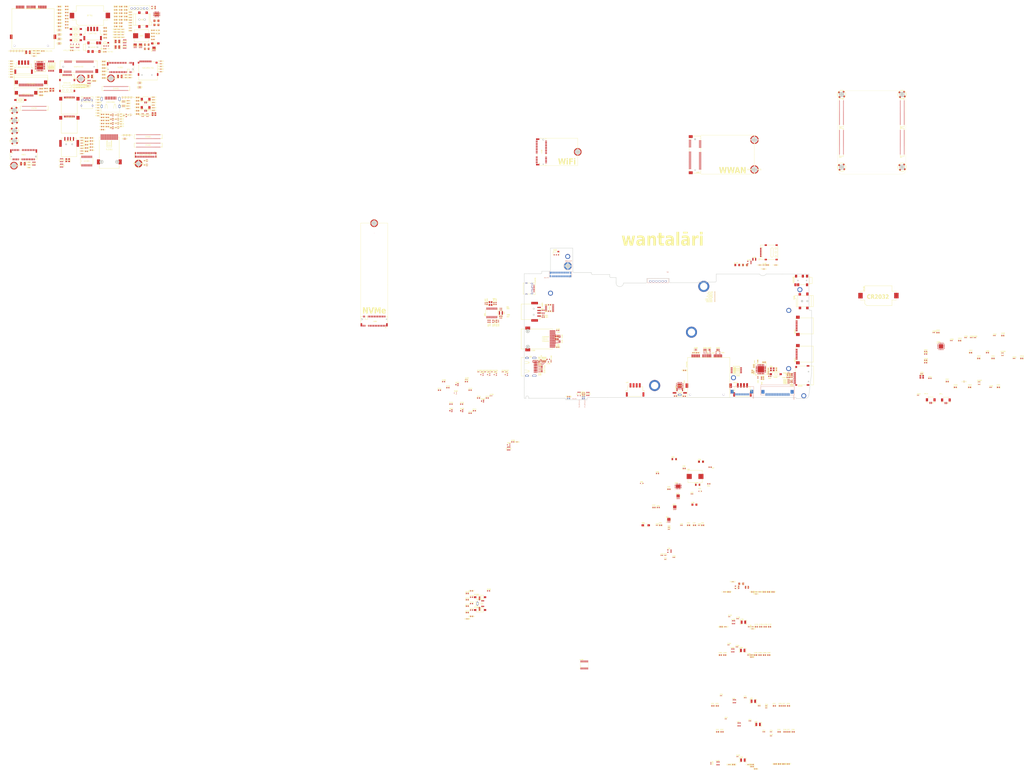
<source format=kicad_pcb>
(kicad_pcb
	(version 20241229)
	(generator "pcbnew")
	(generator_version "9.0")
	(general
		(thickness 1.6)
		(legacy_teardrops no)
	)
	(paper "A4")
	(layers
		(0 "F.Cu" signal "Top Layer")
		(4 "In1.Cu" signal "Inner1")
		(6 "In2.Cu" signal "Inner2")
		(2 "B.Cu" signal "Bottom Layer")
		(9 "F.Adhes" user "F.Adhesive")
		(11 "B.Adhes" user "B.Adhesive")
		(13 "F.Paste" user "Top Paste Mask Layer")
		(15 "B.Paste" user "Bottom Paste Mask Layer")
		(5 "F.SilkS" user "Top Silkscreen Layer")
		(7 "B.SilkS" user "Bottom Silkscreen Layer")
		(1 "F.Mask" user "Top Solder Mask Layer")
		(3 "B.Mask" user "Bottom Solder Mask Layer")
		(17 "Dwgs.User" user "Document Layer")
		(19 "Cmts.User" user "User.Comments")
		(21 "Eco1.User" user "User.Eco1")
		(23 "Eco2.User" user "Mechanical Layer")
		(25 "Edge.Cuts" user "Multi-Layer")
		(27 "Margin" user)
		(31 "F.CrtYd" user "F.Courtyard")
		(29 "B.CrtYd" user "B.Courtyard")
		(35 "F.Fab" user "Top Assembly Layer")
		(33 "B.Fab" user "Bottom Assembly Layer")
		(39 "User.1" user "Ratline Layer")
		(41 "User.2" user "Component Shape Layer")
		(43 "User.3" user "Component Marking Layer")
		(45 "User.4" user "3D Shell Outline Layer")
		(47 "User.5" user "3D Shell Top Layer")
		(49 "User.6" user "3D Shell Bottom Layer")
		(51 "User.7" user "Drill Drawing Layer")
	)
	(setup
		(pad_to_mask_clearance 0)
		(allow_soldermask_bridges_in_footprints no)
		(tenting front back)
		(aux_axis_origin 20 60)
		(pcbplotparams
			(layerselection 0x00000000_00000000_55555555_5755f5ff)
			(plot_on_all_layers_selection 0x00000000_00000000_00000000_00000000)
			(disableapertmacros no)
			(usegerberextensions no)
			(usegerberattributes yes)
			(usegerberadvancedattributes yes)
			(creategerberjobfile yes)
			(dashed_line_dash_ratio 12.000000)
			(dashed_line_gap_ratio 3.000000)
			(svgprecision 4)
			(plotframeref no)
			(mode 1)
			(useauxorigin no)
			(hpglpennumber 1)
			(hpglpenspeed 20)
			(hpglpendiameter 15.000000)
			(pdf_front_fp_property_popups yes)
			(pdf_back_fp_property_popups yes)
			(pdf_metadata yes)
			(pdf_single_document no)
			(dxfpolygonmode yes)
			(dxfimperialunits yes)
			(dxfusepcbnewfont yes)
			(psnegative no)
			(psa4output no)
			(plot_black_and_white yes)
			(plotinvisibletext no)
			(sketchpadsonfab no)
			(plotpadnumbers no)
			(hidednponfab no)
			(sketchdnponfab yes)
			(crossoutdnponfab yes)
			(subtractmaskfromsilk no)
			(outputformat 1)
			(mirror no)
			(drillshape 1)
			(scaleselection 1)
			(outputdirectory "")
		)
	)
	(net 0 "")
	(net 1 "GND")
	(net 2 "+3.3V")
	(net 3 "+5V_CURR2")
	(net 4 "I2C1_SCL")
	(net 5 "I2C1_SDA")
	(net 6 "PWR_BTN_H")
	(net 7 "+3.3V_KEY")
	(net 8 "GND_KEY")
	(net 9 "USB_KEYBOARD_DM")
	(net 10 "USB_KEYBOARD_DP")
	(net 11 "USB_LTE_DM")
	(net 12 "USB_LTE_DP")
	(net 13 "COL1")
	(net 14 "COL2")
	(net 15 "COL3")
	(net 16 "COL4")
	(net 17 "COL5")
	(net 18 "COL6")
	(net 19 "COL7")
	(net 20 "COL8")
	(net 21 "COL9")
	(net 22 "COL10")
	(net 23 "COL11")
	(net 24 "COL12")
	(net 25 "ROW8")
	(net 26 "ROW7")
	(net 27 "ROW6")
	(net 28 "ROW5")
	(net 29 "ROW4")
	(net 30 "ROW3")
	(net 31 "ROW2")
	(net 32 "ROW1")
	(net 33 "PWRON_L")
	(net 34 "+12V")
	(net 35 "UART2_RX_M0_DEBUG")
	(net 36 "LED3_25GLAN_25GLED")
	(net 37 "LED2_25GLAN_1GLED")
	(net 38 "P25G_MDI0_P")
	(net 39 "P25G_MDI0_N")
	(net 40 "P25G_MDI1_P")
	(net 41 "P25G_MDI1_N")
	(net 42 "P25G_MDI2_P")
	(net 43 "P25G_MDI2_N")
	(net 44 "P25G_MDI3_P")
	(net 45 "P25G_MDI3_N")
	(net 46 "MIPI_CSI1_RX_D0_N")
	(net 47 "MIPI_CSI1_RX_D0_P")
	(net 48 "MIPI_CSI1_RX_D1_N")
	(net 49 "MIPI_CSI1_RX_D1_P")
	(net 50 "MIPI_CSI1_RX_CLK0_N")
	(net 51 "MIPI_CSI1_RX_CLK0_P")
	(net 52 "MIPI_CSI1_RX_D2_N")
	(net 53 "MIPI_CSI1_RX_D2_P")
	(net 54 "MIPI_CSI1_RX_D3_N")
	(net 55 "MIPI_CSI1_RX_D3_P")
	(net 56 "PMIC_EXT_EN_OUT")
	(net 57 "BOOT_SARADAC_IN0")
	(net 58 "UART2_TX_M0_DEBUG")
	(net 59 "VDC_MODE")
	(net 60 "RESET_L")
	(net 61 "TYPEC1_SSRX1_N")
	(net 62 "TYPEC1_SSRX1_P")
	(net 63 "TYPEC1_SSTX1_N")
	(net 64 "TYPEC1_SSTX1_P")
	(net 65 "TYPEC0_SSRX1_N")
	(net 66 "TYPEC0_SSRX1_P")
	(net 67 "TYPEC0_SSTX1_N")
	(net 68 "TYPEC0_SSTX1_P")
	(net 69 "TYPEC0_SSRX2_N")
	(net 70 "TYPEC0_SSRX2_P")
	(net 71 "TYPEC0_SSTX2_N")
	(net 72 "TYPEC0_SSTX2_P")
	(net 73 "MIPI_DPHY0_TX_D0_N")
	(net 74 "MIPI_DPHY0_TX_D0_P")
	(net 75 "MIPI_DPHY0_TX_D1_N")
	(net 76 "MIPI_DPHY0_TX_D1_P")
	(net 77 "MIPI_DPHY0_TX_CLK_N")
	(net 78 "MIPI_DPHY0_TX_CLK_P")
	(net 79 "MIPI_DPHY0_TX_D2_N")
	(net 80 "MIPI_DPHY0_TX_D2_P")
	(net 81 "MIPI_DPHY0_TX_D3_N")
	(net 82 "MIPI_DPHY0_TX_D3_P")
	(net 83 "I2C7_SCL_M0")
	(net 84 "I2C7_SDA_M0")
	(net 85 "HPR")
	(net 86 "RECOVERY")
	(net 87 "MIC_IN")
	(net 88 "HPL")
	(net 89 "GND_AUDIO")
	(net 90 "PWR_BTN_L")
	(net 91 "PCIE30_PORT0_TX0_P")
	(net 92 "PCIE30_PORT0_TX0_N")
	(net 93 "PCIE30_PORT0_TX1_P")
	(net 94 "PCIE30_PORT0_TX1_N")
	(net 95 "PCIE30_PORT1_RX2_P")
	(net 96 "PCIE30_PORT1_RX2_N")
	(net 97 "PCIE30_PORT1_RX3_P")
	(net 98 "PCIE30_PORT1_RX3_N")
	(net 99 "PCIE30_PORT1_TX2_P")
	(net 100 "PCIE30_PORT1_TX2_N")
	(net 101 "PCIE30_PORT1_TX3_P")
	(net 102 "PCIE30_PORT1_TX3_N")
	(net 103 "PCIE30_PORT1_REFCLK_IN_P")
	(net 104 "PCIE30_PORT1_REFCLK_IN_N")
	(net 105 "I2C6_SCL_M0")
	(net 106 "I2C6_SDA_M0")
	(net 107 "VBAT_RTC")
	(net 108 "HDMITX1_HPDIN_M0")
	(net 109 "HDMITX0_HPDIN_M0")
	(net 110 "USB30_2_SSTX_N")
	(net 111 "USB30_2_SSTX_P")
	(net 112 "USB30_2_SSRX_N")
	(net 113 "USB30_2_SSRX_P")
	(net 114 "PCIE30_PORT0_REFCLK_IN_N")
	(net 115 "PCIE30_PORT0_REFCLK_IN_P")
	(net 116 "PCIE30_PORT0_RX1_N")
	(net 117 "PCIE30_PORT0_RX1_P")
	(net 118 "PCIE30_PORT0_RX0_N")
	(net 119 "PCIE30_PORT0_RX0_P")
	(net 120 "HDMI_RX_D2_P")
	(net 121 "HDMI_RX_D2_N")
	(net 122 "HDMI_RX_D1_P")
	(net 123 "HDMI_RX_D1_N")
	(net 124 "HDMI_RX_D0_P")
	(net 125 "HDMI_RX_D0_N")
	(net 126 "HDMI_RX_CLK_P")
	(net 127 "HDMI_RX_CLK_N")
	(net 128 "SDMMC0_D2")
	(net 129 "SDMMC0_D3")
	(net 130 "SDMMC0_CMD")
	(net 131 "VCC3V3_SD_S0")
	(net 132 "SD_CLK")
	(net 133 "SDMMC0_D0")
	(net 134 "SDMMC0_D1")
	(net 135 "HDMI_RX_SCL_M1")
	(net 136 "HDMI_RX_SDA_M1")
	(net 137 "HDMI_RX_CEC")
	(net 138 "HDMIIRX_HPDOUT_H")
	(net 139 "GPIO3_B2")
	(net 140 "GPIO3_B3")
	(net 141 "HDMI1_ON_H")
	(net 142 "HDMI1_CEC_M2")
	(net 143 "HDMI1_SDA_M1")
	(net 144 "HDMI1_SCL_M1")
	(net 145 "HDMI0_ON_H")
	(net 146 "HDMI0_CEC_M0")
	(net 147 "HDMI0_SDA_M0")
	(net 148 "HDMI0_SCL_M0")
	(net 149 "HDMI0_TX_SBD_N")
	(net 150 "HDMI0_TX_SBD_P")
	(net 151 "HDMI0_TX3_N")
	(net 152 "HDMI0_TX3_P")
	(net 153 "HDMI0_TX0_N")
	(net 154 "HDMI0_TX0_P")
	(net 155 "HDMI0_TX1_N")
	(net 156 "HDMI0_TX1_P")
	(net 157 "HDMI0_TX2_N")
	(net 158 "HDMI0_TX2_P")
	(net 159 "HDMI1_TX_SBD_N")
	(net 160 "HDMI1_TX_SBD_P")
	(net 161 "HDMI1_TX3_N")
	(net 162 "HDMI1_TX3_P")
	(net 163 "HDMI1_TX0_N")
	(net 164 "HDMI1_TX0_P")
	(net 165 "HDMI1_TX1_N")
	(net 166 "HDMI1_TX1_P")
	(net 167 "HDMI1_TX2_N")
	(net 168 "HDMI1_TX2_P")
	(net 169 "TYPEC0_SBU2_OUT")
	(net 170 "TYPEC0_SBU1_OUT")
	(net 171 "TYPEC0_OTG_DP")
	(net 172 "TYPEC0_OTG_DM")
	(net 173 "TYPEC1_OTG_DP")
	(net 174 "TYPEC1_OTG_DM")
	(net 175 "USB20_HOST0_DP")
	(net 176 "USB20_HOST0_DM")
	(net 177 "USB20_HOST1_DM")
	(net 178 "USB20_HOST1_DP")
	(net 179 "+3.3V_CFEXPRESS")
	(net 180 "PCIE30_REFCLK_A_N")
	(net 181 "PCIE30_REFCLK_A_P")
	(net 182 "Net-(U901-SW)")
	(net 183 "Net-(U901-VBST)")
	(net 184 "+1.5V_WWAN")
	(net 185 "+3.3V_WWAN")
	(net 186 "+3.3V_WIFI")
	(net 187 "Net-(U901-VFB)")
	(net 188 "Net-(U1401-FB)")
	(net 189 "Net-(U1402-SW)")
	(net 190 "Net-(U1402-VBST)")
	(net 191 "+1.8V")
	(net 192 "PCIE20_1_REFCLKN")
	(net 193 "PCIE20_1_REFCLKP")
	(net 194 "+3.3V_NVME")
	(net 195 "Net-(U1402-VFB)")
	(net 196 "Net-(U1601-MICBIAS)")
	(net 197 "Net-(U1601-VMID)")
	(net 198 "Net-(U1601-RINPUT1)")
	(net 199 "Net-(C1605-Pad1)")
	(net 200 "Net-(MIC1601-OUT)")
	(net 201 "unconnected-(D2001-I{slash}O_3-Pad4)")
	(net 202 "unconnected-(D2001-GND-Pad8)")
	(net 203 "unconnected-(D2001-I{slash}O_4-Pad5)")
	(net 204 "Net-(C1301-Pad1)")
	(net 205 "Net-(U1401-LX)")
	(net 206 "Net-(C1610-Pad1)")
	(net 207 "Net-(MIC1602-OUT)")
	(net 208 "Net-(U901-EN)")
	(net 209 "Net-(U1001-EN)")
	(net 210 "GPIO1_B0{slash}CFEXPRESS_INSERT")
	(net 211 "GPIO4_B5{slash}M2_A_CLKREQ_L")
	(net 212 "Net-(SW1101-1)")
	(net 213 "GPIO0_D5{slash}CFEXPRESS_EJECT")
	(net 214 "Net-(LED_CFEXPRESS1101-K)")
	(net 215 "Net-(U1301-PGAND)")
	(net 216 "Net-(U1402-EN)")
	(net 217 "GPIO2_C3{slash}PCM_IN{slash}I2S_SD_IN")
	(net 218 "Net-(U1601-ADCDAT)")
	(net 219 "Net-(U1601-DACDAT)")
	(net 220 "GPIO4_C3{slash}PCM_OUT{slash}I2S_SD_OUT")
	(net 221 "Net-(U1601-BCLK)")
	(net 222 "GPIO2_B7{slash}PCM_CLK{slash}I2S_SCK")
	(net 223 "GPIO2_C0{slash}PCM_SYNC{slash}I2S_WS")
	(net 224 "Net-(U1601-ADCLRC)")
	(net 225 "Net-(X1601-OUTPUT)")
	(net 226 "Net-(U1601-MCLK)")
	(net 227 "Net-(D1701-I{slash}O_1)")
	(net 228 "Net-(D1701-I{slash}O_2)")
	(net 229 "GPIO3_D0{slash}I2C5_SDA_M0_TP")
	(net 230 "GPIO3_C7{slash}I2C5_SCL_M0_TP")
	(net 231 "Net-(RJ2001-LED2+{slash}LED2-)")
	(net 232 "Net-(R2001-Pad1)")
	(net 233 "Net-(RJ2001-LED1+)")
	(net 234 "unconnected-(U801-S1-Pad3)")
	(net 235 "unconnected-(U801-S2-Pad4)")
	(net 236 "unconnected-(U801-X2-Pad6)")
	(net 237 "unconnected-(U801-VDDXD-Pad1)")
	(net 238 "unconnected-(U801-X1-Pad5)")
	(net 239 "unconnected-(U801-S0-Pad2)")
	(net 240 "Net-(U1001-SW)")
	(net 241 "Net-(U1101-VFB)")
	(net 242 "Net-(U1101-SW)")
	(net 243 "Net-(U1101-EN)")
	(net 244 "GPIO3_B7{slash}CFEXPRESS_LED")
	(net 245 "Net-(LED_CFEXPRESS1101-A)")
	(net 246 "unconnected-(U1601-LINPUT3{slash}JD2-Pad2)")
	(net 247 "unconnected-(U1601-LINPUT2-Pad3)")
	(net 248 "Net-(U1601-LINPUT1)")
	(net 249 "unconnected-(AUDIO701-Pad5)")
	(net 250 "unconnected-(AUDIO701-Pad2)")
	(net 251 "unconnected-(AUDIO701-Pad6)")
	(net 252 "unconnected-(AUDIO701-Pad1)")
	(net 253 "unconnected-(AUDIO701-Pad3)")
	(net 254 "unconnected-(AUDIO701-Pad4)")
	(net 255 "Net-(U601-NTC)")
	(net 256 "Net-(U601-BATSENS+)")
	(net 257 "unconnected-(BT701-Pad2)")
	(net 258 "unconnected-(BT701-Pad3)")
	(net 259 "Net-(D601-C)")
	(net 260 "Net-(Q602-G)")
	(net 261 "Net-(Q602-D)")
	(net 262 "Net-(C607-Pad2)")
	(net 263 "Net-(U601-BOOST)")
	(net 264 "Net-(U601-CELLS1)")
	(net 265 "Net-(U601-CELLS0)")
	(net 266 "Net-(U602-SW)")
	(net 267 "Net-(U602-VBST)")
	(net 268 "Net-(U602-VFB)")
	(net 269 "Net-(U604-SW)")
	(net 270 "Net-(U604-VBST)")
	(net 271 "<NO NET>")
	(net 272 "Net-(U604-VFB)")
	(net 273 "Net-(U1001-VBST)")
	(net 274 "Net-(U1001-VFB)")
	(net 275 "Net-(U1101-VBST)")
	(net 276 "Net-(U1301-X2)")
	(net 277 "Net-(U1301-X1)")
	(net 278 "Net-(U1301-RESET#)")
	(net 279 "Net-(U1501-XTAL1)")
	(net 280 "Net-(U1501-UCap)")
	(net 281 "Net-(U1501-XTAL2)")
	(net 282 "/HDMI Connector/HDMI_5V")
	(net 283 "Net-(CFexpress1101-PETn0)")
	(net 284 "unconnected-(CFexpress1101-RESERVED-Pad8)")
	(net 285 "Net-(CFexpress1101-REFCLK+)")
	(net 286 "Net-(CFexpress1101-PERn0)")
	(net 287 "Net-(CFexpress1101-REFCLK-)")
	(net 288 "GPIO4_B6{slash}M2_A_PERST_L")
	(net 289 "Net-(CFexpress1101-PERp1)")
	(net 290 "Net-(CFexpress1101-PETp0)")
	(net 291 "Net-(CFexpress1101-PERn1)")
	(net 292 "Net-(CFexpress1101-PETp1)")
	(net 293 "Net-(CFexpress1101-PETn1)")
	(net 294 "Net-(CFexpress1101-PERp0)")
	(net 295 "unconnected-(CFexpress1101-RESERVED-Pad7)")
	(net 296 "GPIO2_B5{slash}FSPI_RESET")
	(net 297 "unconnected-(CN201-Pad99)")
	(net 298 "GPIO2_B3{slash}FSPI_CLK_M1")
	(net 299 "GPIO2_C1{slash}MIPI_CAM2_RESET_L")
	(net 300 "GPIO2_A7{slash}FSPI_D1_M1")
	(net 301 "MIPI_CSI1_RX_CLK1_N")
	(net 302 "unconnected-(CN201-Pad97)")
	(net 303 "unconnected-(CN201-Pad50)")
	(net 304 "GPIO1_B7{slash}MIPI_CAM2_CLKOUT")
	(net 305 "unconnected-(CN201-Pad42)")
	(net 306 "unconnected-(CN201-Pad62)")
	(net 307 "unconnected-(CN201-Pad66)")
	(net 308 "unconnected-(CN201-Pad71)")
	(net 309 "unconnected-(CN201-Pad31)")
	(net 310 "unconnected-(CN201-Pad36)")
	(net 311 "unconnected-(CN201-Pad44)")
	(net 312 "unconnected-(CN201-Pad68)")
	(net 313 "GPIO2_B4{slash}FSPI_WAKE")
	(net 314 "unconnected-(CN201-Pad48)")
	(net 315 "MIPI_CSI1_RX_CLK1_P")
	(net 316 "unconnected-(CN201-Pad60)")
	(net 317 "GPIO2_B0{slash}FSPI_D2_M1")
	(net 318 "GPIO4_C5{slash}MIPI_CAM1_PDN_L{slash}BT_WAKE_L")
	(net 319 "GPIO2_B2{slash}FSPI_CMD")
	(net 320 "GPIO2_B1{slash}FSPI_D3_M1")
	(net 321 "GPIO2_C2{slash}MIPI_CAM2_PDN_L")
	(net 322 "GPIO4_C4{slash}MIPI_CAM1_RESET_L{slash}WIFI_DISABLE")
	(net 323 "unconnected-(CN201-Pad14)")
	(net 324 "unconnected-(CN201-Pad54)")
	(net 325 "unconnected-(CN201-Pad26)")
	(net 326 "GPIO2_A6{slash}FSPI_D0_M1")
	(net 327 "unconnected-(CN201-Pad29)")
	(net 328 "unconnected-(CN201-Pad56)")
	(net 329 "unconnected-(CN201-Pad38)")
	(net 330 "unconnected-(CN301-Pad85)")
	(net 331 "unconnected-(CN301-Pad56)")
	(net 332 "unconnected-(CN301-Pad26)")
	(net 333 "unconnected-(CN301-Pad24)")
	(net 334 "unconnected-(CN301-Pad77)")
	(net 335 "unconnected-(CN301-Pad80)")
	(net 336 "unconnected-(CN301-Pad83)")
	(net 337 "unconnected-(CN301-Pad17)")
	(net 338 "unconnected-(CN301-Pad78)")
	(net 339 "unconnected-(CN301-Pad72)")
	(net 340 "unconnected-(CN301-Pad86)")
	(net 341 "unconnected-(CN301-Pad32)")
	(net 342 "unconnected-(CN301-Pad12)")
	(net 343 "unconnected-(CN301-Pad48)")
	(net 344 "GPIO1_C4{slash}HP_DET_L")
	(net 345 "unconnected-(CN301-Pad66)")
	(net 346 "unconnected-(CN301-Pad20)")
	(net 347 "unconnected-(CN301-Pad68)")
	(net 348 "unconnected-(CN301-Pad19)")
	(net 349 "unconnected-(CN301-Pad54)")
	(net 350 "unconnected-(CN301-Pad30)")
	(net 351 "unconnected-(CN301-Pad74)")
	(net 352 "unconnected-(CN301-Pad36)")
	(net 353 "unconnected-(CN301-Pad60)")
	(net 354 "unconnected-(CN301-Pad42)")
	(net 355 "unconnected-(CN301-Pad38)")
	(net 356 "unconnected-(CN301-Pad14)")
	(net 357 "unconnected-(CN301-Pad50)")
	(net 358 "unconnected-(CN301-Pad44)")
	(net 359 "unconnected-(CN301-Pad13)")
	(net 360 "unconnected-(CN301-Pad62)")
	(net 361 "unconnected-(CN301-Pad79)")
	(net 362 "unconnected-(CN301-Pad11)")
	(net 363 "unconnected-(CN301-Pad18)")
	(net 364 "unconnected-(CN301-Pad84)")
	(net 365 "unconnected-(CN401-Pad27)")
	(net 366 "GPIO0_C4{slash}UART0_RX_M0")
	(net 367 "GPIO1_A1{slash}UART6_TX_M1")
	(net 368 "unconnected-(CN401-Pad51)")
	(net 369 "GPIO1_B3{slash}SPI0_CLK_M2{slash}UART4_TX_M2")
	(net 370 "GPIO1_A7{slash}CFEXPRESS_PWREN")
	(net 371 "GPIO0_C6{slash}PWM5_M1")
	(net 372 "GPIO1_A4{slash}USB2_PWREN")
	(net 373 "unconnected-(CN401-Pad43)")
	(net 374 "PCIE20_1_TXN{slash}SATA30_1_TXN")
	(net 375 "GPIO4_A2{slash}M2_E_PERST_L")
	(net 376 "GPIO1_A3{slash}I2C4_SCL_M3_TP{slash}UART6_CTS")
	(net 377 "GPIO1_D7{slash}I2C8_SDA_M2")
	(net 378 "GPIO1_B1{slash}SPI0_MISO_M2")
	(net 379 "GPIO1_D3{slash}PWM1_M1")
	(net 380 "GPIO3_C3{slash}PWM15_IR_M0")
	(net 381 "GPIO4_B0{slash}USB3_TYPEC1_PWREN")
	(net 382 "GPIO0_C5{slash}UART0_TX_M0{slash}PWM4_M0{slash}UART6_WAKE#")
	(net 383 "unconnected-(CN401-Pad45)")
	(net 384 "PCIE20_1_TXP{slash}SATA30_1_TXP")
	(net 385 "GPIO1_B2{slash}SPI0_MOSI_M2{slash}UART4_RX_M2")
	(net 386 "GPIO3_C1{slash}TP_RST_L")
	(net 387 "GPIO1_D6{slash}I2C8_SCL_M2")
	(net 388 "GPIO1_A2{slash}I2C4_SDA_M3_TP{slash}UART6_RTS")
	(net 389 "GPIO1_B5{slash}SPI0_CS1_M0{slash}UART7_TX_M2")
	(net 390 "unconnected-(CN401-Pad53)")
	(net 391 "unconnected-(CN401-Pad29)")
	(net 392 "GPIO1_B4{slash}SPI0_CS0_M2{slash}UART7_RX_M2")
	(net 393 "GPIO1_D5{slash}HDMIIRX_DET_L")
	(net 394 "GPIO4_B3{slash}M2_C_PERST_L")
	(net 395 "unconnected-(CN401-Pad57)")
	(net 396 "GPIO0_D4{slash}PWM3_IR_M0")
	(net 397 "GPIO1_D2{slash}TYPEC5V_PWREN_H")
	(net 398 "PCIE20_1_RXP{slash}SATA30_1_RXP")
	(net 399 "GPIO3_C0{slash}TP_INT_L")
	(net 400 "GPIO1_A0{slash}UART6_RX_M1")
	(net 401 "unconnected-(CN401-Pad47)")
	(net 402 "GPIO3_C2{slash}PWM14_M0")
	(net 403 "PCIE20_1_RXN{slash}SATA30_1_RXN")
	(net 404 "GPIO4_B4{slash}M2_B_PERST_L")
	(net 405 "GPIO0_D3{slash}CC_INT_L")
	(net 406 "GPIO3_A5{slash}USB3_2_PWREN")
	(net 407 "unconnected-(CN501-Pad12)")
	(net 408 "GPIO3_A4{slash}SPI4_CS1_M1")
	(net 409 "GPIO0_A4{slash}SDMMC_DET_L")
	(net 410 "GPIO3_B0{slash}PWM9_M0")
	(net 411 "GPIO3_A0{slash}SPI4_MISO_M1{slash}PWM10_M0")
	(net 412 "GPIO3_B4{slash}BT_REG_ON")
	(net 413 "GPIO3_A6{slash}LCD_RST")
	(net 414 "GPIO3_A2{slash}SPI4_CLK_M1{slash}UART8_TX_M1")
	(net 415 "unconnected-(CN501-Pad10)")
	(net 416 "GPIO3_B5{slash}UART3_TX_M1{slash}PWM12_M0")
	(net 417 "unconnected-(CN501-Pad85)")
	(net 418 "GPIO3_A3{slash}SPI4_CS0_M1{slash}UART8_RX_M1")
	(net 419 "GPIO3_A7{slash}PWM8_M0")
	(net 420 "GPIO3_B6{slash}UART3_RX_M1{slash}PWM13_M0")
	(net 421 "GPIO3_B1{slash}PWM2_M1{slash}LCD_BL")
	(net 422 "GPIO3_A1{slash}SPI4_MOSI_M1")
	(net 423 "unconnected-(D601-A-Pad2)")
	(net 424 "Net-(D602-K)")
	(net 425 "Net-(D602-A)")
	(net 426 "Net-(D603-K)")
	(net 427 "Net-(D603-A)")
	(net 428 "unconnected-(D1103-NC-Pad9)")
	(net 429 "unconnected-(D1103-I{slash}O_1-Pad1)")
	(net 430 "unconnected-(D1103-I{slash}O_2-Pad2)")
	(net 431 "unconnected-(D1103-NC-Pad10)")
	(net 432 "Net-(D1701-I{slash}O_3)")
	(net 433 "Net-(D1702-I{slash}O_1)")
	(net 434 "Net-(D1702-I{slash}O_3)")
	(net 435 "Net-(D1702-I{slash}O_2)")
	(net 436 "Net-(D1702-I{slash}O_4)")
	(net 437 "Net-(D1901-K)")
	(net 438 "/HDMI Connector/HDMI_CEC")
	(net 439 "unconnected-(D1905-A-Pad1)")
	(net 440 "/HDMI Connector/HDMI_SCL")
	(net 441 "/HDMI Connector/HDMI_SDA")
	(net 442 "Net-(D1909-A)")
	(net 443 "Net-(D1910-K)")
	(net 444 "unconnected-(D2002-I{slash}O_4-Pad5)")
	(net 445 "unconnected-(D2002-I{slash}O_3-Pad4)")
	(net 446 "unconnected-(D2002-GND-Pad8)")
	(net 447 "Net-(DC601-Pad2)")
	(net 448 "unconnected-(FPC1501-Pad21)")
	(net 449 "unconnected-(FPC1501-Pad20)")
	(net 450 "unconnected-(FPC1501-Pad10)")
	(net 451 "unconnected-(FPC1501-Pad19)")
	(net 452 "unconnected-(FPC1501-Pad12)")
	(net 453 "unconnected-(FPC1501-Pad7)")
	(net 454 "unconnected-(FPC1501-Pad22)")
	(net 455 "unconnected-(FPC1501-Pad8)")
	(net 456 "unconnected-(FPC1502-Pad3)")
	(net 457 "unconnected-(FPC1502-Pad12)")
	(net 458 "unconnected-(FPC1502-Pad13)")
	(net 459 "unconnected-(FPC1502-Pad10)")
	(net 460 "unconnected-(FPC1502-Pad14)")
	(net 461 "/HDMI Connector/HDMI_TX2_N")
	(net 462 "/HDMI Connector/HDMI_CLK_N")
	(net 463 "/HDMI Connector/HDMI_CLK_P")
	(net 464 "/HDMI Connector/HDMI_TX1_N")
	(net 465 "/HDMI Connector/HDMI_TX2_P")
	(net 466 "/HDMI Connector/HDMI_TX1_P")
	(net 467 "/HDMI Connector/HDMI_TX0_P")
	(net 468 "/HDMI Connector/HDMI_TX0_N")
	(net 469 "/2.5GB Ethernet Connector/TD4_N")
	(net 470 "/2.5GB Ethernet Connector/TD4_P")
	(net 471 "/2.5GB Ethernet Connector/TD3_N")
	(net 472 "/2.5GB Ethernet Connector/TD3_P")
	(net 473 "/2.5GB Ethernet Connector/TD2_P")
	(net 474 "/2.5GB Ethernet Connector/TD2_N")
	(net 475 "/2.5GB Ethernet Connector/TD1_P")
	(net 476 "/2.5GB Ethernet Connector/TD1_N")
	(net 477 "Net-(LED_ACT701-K)")
	(net 478 "Net-(LED_CHRG_ACT701-A)")
	(net 479 "Net-(LED_CHRG_ACT701-K)")
	(net 480 "Net-(LED_CHRG_FIN701-K)")
	(net 481 "Net-(LED_CHRG_FIN701-A)")
	(net 482 "unconnected-(MIPI_DSI1801-Pad13)")
	(net 483 "unconnected-(MOUNT201-Pad1)")
	(net 484 "unconnected-(MOUNT201-Pad1)_1")
	(net 485 "unconnected-(MOUNT201-Pad1)_2")
	(net 486 "unconnected-(MOUNT201-Pad1)_3")
	(net 487 "unconnected-(MOUNT202-Pad1)")
	(net 488 "unconnected-(MOUNT202-Pad1)_1")
	(net 489 "unconnected-(MOUNT202-Pad1)_2")
	(net 490 "unconnected-(MOUNT202-Pad1)_3")
	(net 491 "unconnected-(MOUNT203-Pad1)")
	(net 492 "unconnected-(MOUNT203-Pad1)_1")
	(net 493 "unconnected-(MOUNT203-Pad1)_2")
	(net 494 "unconnected-(MOUNT203-Pad1)_3")
	(net 495 "unconnected-(MOUNT204-Pad1)")
	(net 496 "unconnected-(MOUNT204-Pad1)_1")
	(net 497 "unconnected-(MOUNT204-Pad1)_2")
	(net 498 "unconnected-(MOUNT204-Pad1)_3")
	(net 499 "unconnected-(MOUNT901-Pad1)")
	(net 500 "unconnected-(MOUNT1001-Pad1)")
	(net 501 "Net-(Q601-G)")
	(net 502 "Net-(Q603-G)")
	(net 503 "Net-(Q1902-G)")
	(net 504 "Net-(Q1903-D)")
	(net 505 "Net-(Q1904-D)")
	(net 506 "Net-(Q1905-D)")
	(net 507 "Net-(Q1906-G)")
	(net 508 "Net-(Q1907-G)")
	(net 509 "Net-(Q1908-D)")
	(net 510 "Net-(R605-Pad1)")
	(net 511 "Net-(U601-NTCBIAS)")
	(net 512 "Net-(U601-RT)")
	(net 513 "Net-(U602-EN)")
	(net 514 "Net-(U603-EN)")
	(net 515 "Net-(U604-EN)")
	(net 516 "unconnected-(R703-Pad2)")
	(net 517 "Net-(R706-Pad2)")
	(net 518 "Net-(R707-Pad2)")
	(net 519 "Net-(R708-Pad2)")
	(net 520 "unconnected-(R904-Pad1)")
	(net 521 "Net-(U1301-PSELF)")
	(net 522 "Net-(U1301-RREF)")
	(net 523 "Net-(U1302-ILIM)")
	(net 524 "/USB 2 Hub & Connectors/FAULT2#")
	(net 525 "Net-(U1501-PE2(HWB#))")
	(net 526 "Net-(U1501-RESET#)")
	(net 527 "unconnected-(RJ2001-VCC-PadR1)")
	(net 528 "unconnected-(SDCARD1701-EP-Pad11)")
	(net 529 "unconnected-(SDCARD1701-EP-Pad10)")
	(net 530 "unconnected-(SDCARD1701-EP-Pad12)")
	(net 531 "unconnected-(SDCARD1701-EP-Pad13)")
	(net 532 "unconnected-(SDCARD1701-CD-Pad9)")
	(net 533 "unconnected-(SDCARD1701-DAT0-Pad7)")
	(net 534 "unconnected-(SDCARD1701-DAT1-Pad8)")
	(net 535 "Net-(SIM1401-VCC)")
	(net 536 "Net-(SIM1401-CLK)")
	(net 537 "Net-(SIM1401-Vpp)")
	(net 538 "Net-(SIM1401-I{slash}O)")
	(net 539 "Net-(SIM1401-RST)")
	(net 540 "Net-(U1601-SPK_LP)")
	(net 541 "Net-(U1601-SPK_LN)")
	(net 542 "Net-(U1601-SPK_RP)")
	(net 543 "Net-(U1601-SPK_RN)")
	(net 544 "/Keyboard/USB_KEYBOARD_INT_DP")
	(net 545 "/Keyboard/USB_KEYBOARD_INT_DM")
	(net 546 "unconnected-(U601-SMBALERT#-Pad12)")
	(net 547 "unconnected-(U601-SYNC-Pad16)")
	(net 548 "unconnected-(U603-BP-Pad4)")
	(net 549 "unconnected-(U701-A-Pad2)")
	(net 550 "unconnected-(U702-A-Pad2)")
	(net 551 "unconnected-(U703-GND-Pad3)")
	(net 552 "unconnected-(U703-EH-Pad4)")
	(net 553 "unconnected-(U703-OUT-Pad1)")
	(net 554 "unconnected-(U703-VCC-Pad2)")
	(net 555 "unconnected-(U801-CLK0-Pad20)")
	(net 556 "unconnected-(U801-CLK2-Pad14)")
	(net 557 "unconnected-(U801-OE-Pad8)")
	(net 558 "unconnected-(U801-#CLK1-Pad17)")
	(net 559 "unconnected-(U801-CLK3-Pad12)")
	(net 560 "unconnected-(U801-#CLK0-Pad19)")
	(net 561 "unconnected-(U801-GNDODA-Pad16)")
	(net 562 "unconnected-(U801-IREF-Pad10)")
	(net 563 "unconnected-(U801-#CLK2-Pad13)")
	(net 564 "unconnected-(U801-#CLK3-Pad11)")
	(net 565 "unconnected-(U801-CLK1-Pad18)")
	(net 566 "unconnected-(U801-#PD-Pad7)")
	(net 567 "unconnected-(U801-GNDXD-Pad9)")
	(net 568 "unconnected-(U801-VDDODA-Pad15)")
	(net 569 "unconnected-(U1301-PWREN1#-Pad22)")
	(net 570 "unconnected-(U1301-OVCUR1#-Pad21)")
	(net 571 "Net-(U1301-DP3)")
	(net 572 "unconnected-(U1301-DP4-Pad12)")
	(net 573 "Net-(U1301-DM3)")
	(net 574 "unconnected-(U1301-DM4-Pad11)")
	(net 575 "unconnected-(U1301-PWREN2#-Pad20)")
	(net 576 "unconnected-(U1303-IO4-Pad6)")
	(net 577 "unconnected-(U1303-IO1-Pad1)")
	(net 578 "unconnected-(U1501-PB4(PCINT4{slash}ADC11)-Pad28)")
	(net 579 "unconnected-(U1501-PF1(ADC1)-Pad40)")
	(net 580 "unconnected-(U1501-PE6(INT.6{slash}AIN0)-Pad1)")
	(net 581 "unconnected-(U1501-PD7(T0{slash}OC4D{slash}ADC10)-Pad27)")
	(net 582 "unconnected-(U1501-PF0(ADC0)-Pad41)")
	(net 583 "unconnected-(U1601-HP_R-Pad29)")
	(net 584 "unconnected-(U1601-RINPUT2-Pad6)")
	(net 585 "unconnected-(U1601-RINPUT3{slash}JD3-Pad7)")
	(net 586 "unconnected-(U1601-HP_L-Pad31)")
	(net 587 "unconnected-(U1601-OUT3-Pad30)")
	(net 588 "unconnected-(UART701-Pad2)")
	(net 589 "unconnected-(UART701-Pad3)")
	(net 590 "unconnected-(UART701-Pad1)")
	(net 591 "unconnected-(UART701-Pad5)")
	(net 592 "unconnected-(UART701-Pad6)")
	(net 593 "unconnected-(UART701-Pad4)")
	(net 594 "unconnected-(USB1201-VBUS-PadA9)")
	(net 595 "unconnected-(USB1201-SSTXP1-PadA2)")
	(net 596 "unconnected-(USB1201-DP2-PadB6)")
	(net 597 "unconnected-(USB1201-SBU1-PadA8)")
	(net 598 "unconnected-(USB1201-EP-Pad4)")
	(net 599 "unconnected-(USB1201-EP-Pad3)")
	(net 600 "unconnected-(USB1201-EP-Pad1)")
	(net 601 "unconnected-(USB1201-GND-PadB1)")
	(net 602 "unconnected-(USB1201-DN2-PadB7)")
	(net 603 "unconnected-(USB1201-GND-PadA1)")
	(net 604 "unconnected-(USB1201-DN1-PadA7)")
	(net 605 "unconnected-(USB1201-DP1-PadA6)")
	(net 606 "unconnected-(USB1201-VBUS-PadB4)")
	(net 607 "unconnected-(USB1201-CC1-PadA5)")
	(net 608 "unconnected-(USB1201-SSTXp2-PadB2)")
	(net 609 "unconnected-(USB1201-SSRXn2-PadA10)")
	(net 610 "unconnected-(USB1201-CC2-PadB5)")
	(net 611 "unconnected-(USB1201-SSRXp1-PadB11)")
	(net 612 "unconnected-(USB1201-SSTXn1-PadA3)")
	(net 613 "unconnected-(USB1201-VBUS-PadB9)")
	(net 614 "unconnected-(USB1201-EP-Pad2)")
	(net 615 "unconnected-(USB1201-GND-PadA12)")
	(net 616 "unconnected-(USB1201-SSRXp2-PadA11)")
	(net 617 "unconnected-(USB1201-SSRXn1-PadB10)")
	(net 618 "unconnected-(USB1201-SBU2-PadB8)")
	(net 619 "unconnected-(USB1201-VBUS-PadA4)")
	(net 620 "unconnected-(USB1201-GND-PadB12)")
	(net 621 "unconnected-(USB1201-SSTXn2-PadB3)")
	(net 622 "unconnected-(USB1202-GND-Pad4)")
	(net 623 "unconnected-(USB1202-D+-Pad3)")
	(net 624 "unconnected-(USB1202-VBUS-Pad1)")
	(net 625 "unconnected-(USB1202-GND_DRAIN-Pad7)")
	(net 626 "unconnected-(USB1202-GND-Pad11)")
	(net 627 "unconnected-(USB1202-STDA_SSRX+-Pad6)")
	(net 628 "unconnected-(USB1202-GND-Pad10)")
	(net 629 "unconnected-(USB1202-STDA_SSRX--Pad5)")
	(net 630 "unconnected-(USB1202-STDA_SSTX--Pad8)")
	(net 631 "unconnected-(USB1202-D--Pad2)")
	(net 632 "unconnected-(USB1202-STDA_SSTX+-Pad9)")
	(net 633 "unconnected-(USB1203-VBUS-Pad1)")
	(net 634 "unconnected-(USB1203-GND-Pad11)")
	(net 635 "unconnected-(USB1203-GND-Pad10)")
	(net 636 "unconnected-(USB1203-GND_DRAIN-Pad7)")
	(net 637 "unconnected-(USB1203-GND-Pad4)")
	(net 638 "unconnected-(USB1203-STDA_SSTX+-Pad9)")
	(net 639 "unconnected-(USB1203-STDA_SSRX--Pad5)")
	(net 640 "unconnected-(USB1203-STDA_SSTX--Pad8)")
	(net 641 "unconnected-(USB1203-D--Pad2)")
	(net 642 "unconnected-(USB1203-D+-Pad3)")
	(net 643 "unconnected-(USB1203-STDA_SSRX+-Pad6)")
	(net 644 "unconnected-(USB_KEY1501-Pad5)")
	(net 645 "unconnected-(USB_KEY1501-Pad6)")
	(net 646 "unconnected-(WWAN1401-COEX2-Pad5)")
	(net 647 "unconnected-(WWAN1401-GND-Pad35)")
	(net 648 "unconnected-(WWAN1401-REFCLK--Pad11)")
	(net 649 "unconnected-(WWAN1401-RSVRD49-Pad49)")
	(net 650 "unconnected-(WWAN1401-GND-Pad43)")
	(net 651 "unconnected-(WWAN1401-REFCLK+-Pad13)")
	(net 652 "unconnected-(WWAN1401-WAKE-Pad1)")
	(net 653 "unconnected-(WWAN1401-GND-Pad9)")
	(net 654 "unconnected-(WWAN1401-GND-Pad27)")
	(net 655 "unconnected-(WWAN1401-LED_WPAN-Pad46)")
	(net 656 "unconnected-(WWAN1401-GND-Pad50)")
	(net 657 "unconnected-(WWAN1401-SMB_CLK-Pad30)")
	(net 658 "unconnected-(WWAN1401-PETP0-Pad33)")
	(net 659 "unconnected-(WWAN1401-RSVRD51-Pad51)")
	(net 660 "unconnected-(WWAN1401-+3V3AUX-Pad39)")
	(net 661 "unconnected-(WWAN1401-+1V5-Pad48)")
	(net 662 "unconnected-(WWAN1401-UIM_C8-Pad17)")
	(net 663 "unconnected-(WWAN1401-RSVRD47-Pad47)")
	(net 664 "unconnected-(WWAN1401-PERST-Pad22)")
	(net 665 "unconnected-(WWAN1401-GND-Pad37)")
	(net 666 "unconnected-(WWAN1401-RSVRD45-Pad45)")
	(net 667 "unconnected-(WWAN1401-CLKREQ-Pad7)")
	(net 668 "unconnected-(WWAN1401-+3V3AUX-Pad41)")
	(net 669 "unconnected-(WWAN1401-SMB_DATA-Pad32)")
	(net 670 "unconnected-(WWAN1401-LED_WLAN-Pad44)")
	(net 671 "unconnected-(WWAN1401-W_DISABLE-Pad20)")
	(net 672 "unconnected-(WWAN1401-PETN0-Pad31)")
	(net 673 "unconnected-(WWAN1401-PERN0-Pad23)")
	(net 674 "unconnected-(WWAN1401-+3V3-Pad52)")
	(net 675 "unconnected-(WWAN1401-GND-Pad29)")
	(net 676 "unconnected-(WWAN1401-GND-Pad15)")
	(net 677 "unconnected-(WWAN1401-UIM_C4-Pad19)")
	(net 678 "unconnected-(WWAN1401-COEX1-Pad3)")
	(net 679 "unconnected-(WWAN1401-PERP0-Pad25)")
	(net 680 "unconnected-(WWAN1401-LED_WWAN-Pad42)")
	(net 681 "unconnected-(X901-SUSCLK-Pad50)")
	(net 682 "unconnected-(X901-RESERVED-Pad64)")
	(net 683 "unconnected-(X901-I2C_SCL-Pad60)")
	(net 684 "unconnected-(X901-SDIO_CLK-Pad9)")
	(net 685 "unconnected-(X901-PETp1-Pad59)")
	(net 686 "unconnected-(X901-SDIO_RST#-Pad23)")
	(net 687 "unconnected-(X901-VENDOR_DEFINED-Pad40)")
	(net 688 "GPIO4_A1{slash}TP_2_RST_L{slash}PCIE20_PEWAKE")
	(net 689 "unconnected-(X901-PERp1-Pad65)")
	(net 690 "unconnected-(X901-SDIO_D2-Pad17)")
	(net 691 "unconnected-(X901-3.3V-Pad74)")
	(net 692 "unconnected-(X901-PETp0-Pad35)")
	(net 693 "unconnected-(X901-PETn1-Pad61)")
	(net 694 "unconnected-(X901-GND-Pad75)")
	(net 695 "unconnected-(X901-SDIO_CMD-Pad11)")
	(net 696 "unconnected-(X901-LED1#-Pad6)")
	(net 697 "unconnected-(X901-COEX_TXD-Pad48)")
	(net 698 "unconnected-(X901-SDIO_D1-Pad15)")
	(net 699 "unconnected-(X901-I2C_SDA-Pad58)")
	(net 700 "unconnected-(X901-PCM_OUT{slash}I2S_SD_OUT-Pad14)")
	(net 701 "unconnected-(X901-UIM_SWP{slash}PERST1#-Pad66)")
	(net 702 "unconnected-(X901-PCM_CLK{slash}I2S_SCK-Pad8)")
	(net 703 "unconnected-(X901-COEX3-Pad44)")
	(net 704 "unconnected-(X901-GND-Pad33)")
	(net 705 "unconnected-(X901-3.3V-Pad2)")
	(net 706 "unconnected-(X901-VENDOR_DEFINED-Pad38)")
	(net 707 "unconnected-(X901-GND-Pad39)")
	(net 708 "unconnected-(X901-REFCLKn1-Pad73)")
	(net 709 "unconnected-(X901-COEX_RXD-Pad46)")
	(net 710 "GPIO4_A0{slash}TP_2_INT_L{slash}PCIE20_CLKREQ")
	(net 711 "unconnected-(X901-PCM_SYNC{slash}I2S_WS-Pad10)")
	(net 712 "unconnected-(X901-ALERT#-Pad62)")
	(net 713 "unconnected-(X901-SDIO_D3-Pad19)")
	(net 714 "unconnected-(X901-PERn1-Pad67)")
	(net 715 "unconnected-(X901-PERSTO#-Pad52)")
	(net 716 "unconnected-(X901-3.3V-Pad4)")
	(net 717 "unconnected-(X901-Pad76)")
	(net 718 "unconnected-(X901-SDIO_WAKE#-Pad21)")
	(net 719 "unconnected-(X901-LED2#-Pad16)")
	(net 720 "unconnected-(X901-PETn0-Pad37)")
	(net 721 "unconnected-(X901-UIM_PWR_SNK{slash}CLKREQ1#-Pad68)")
	(net 722 "unconnected-(X901-VENDOR_DEFINED-Pad42)")
	(net 723 "unconnected-(X901-UIM_PWR_SRC{slash}PEWAKE1#-Pad70)")
	(net 724 "unconnected-(X901-REFCLKp1-Pad71)")
	(net 725 "unconnected-(X901-3.3V-Pad72)")
	(net 726 "unconnected-(X901-W_DISABLE2#-Pad54)")
	(net 727 "unconnected-(X901-GND-Pad7)")
	(net 728 "unconnected-(X901-SDIO_D0-Pad13)")
	(net 729 "unconnected-(X901-PCM_IN{slash}I2S_SD_IN-Pad12)")
	(net 730 "unconnected-(X1001-3.3V-Pad72)")
	(net 731 "unconnected-(X1001-3.3V-Pad12)")
	(net 732 "unconnected-(X1001-N{slash}C-Pad26)")
	(net 733 "unconnected-(X1001-N{slash}C-Pad58)")
	(net 734 "unconnected-(X1001-PETp2-Pad25)")
	(net 735 "unconnected-(X1001-REFCLKp-Pad55)")
	(net 736 "unconnected-(X1001-PERn1-Pad29)")
	(net 737 "unconnected-(X1001-PETp1-Pad37)")
	(net 738 "unconnected-(X1001-PERp2-Pad19)")
	(net 739 "unconnected-(X1001-N{slash}C-Pad30)")
	(net 740 "unconnected-(X1001-N{slash}C-Pad34)")
	(net 741 "unconnected-(X1001-MOUNT-Pad77)")
	(net 742 "unconnected-(X1001-N{slash}C-Pad46)")
	(net 743 "unconnected-(X1001-3.3V-Pad4)")
	(net 744 "unconnected-(X1001-GND-Pad57)")
	(net 745 "unconnected-(X1001-CLKREQ#-Pad52)")
	(net 746 "unconnected-(X1001-PERp0-Pad43)")
	(net 747 "unconnected-(X1001-DAS{slash}DSS#{slash}LED#-Pad10)")
	(net 748 "unconnected-(X1001-PETn1-Pad35)")
	(net 749 "unconnected-(X1001-N{slash}C-Pad20)")
	(net 750 "unconnected-(X1001-PETp3-Pad13)")
	(net 751 "unconnected-(X1001-PEWAKE#-Pad54)")
	(net 752 "unconnected-(X1001-DEVSLP-Pad38)")
	(net 753 "unconnected-(X1001-N{slash}C-Pad67)")
	(net 754 "unconnected-(X1001-N{slash}C-Pad32)")
	(net 755 "unconnected-(X1001-N{slash}C-Pad24)")
	(net 756 "unconnected-(X1001-N{slash}C-Pad6)")
	(net 757 "unconnected-(X1001-PERn3-Pad5)")
	(net 758 "unconnected-(X1001-N{slash}C-Pad22)")
	(net 759 "unconnected-(X1001-PETn3-Pad11)")
	(net 760 "unconnected-(X1001-N{slash}C-Pad36)")
	(net 761 "unconnected-(X1001-3.3V-Pad70)")
	(net 762 "unconnected-(X1001-N{slash}C-Pad48)")
	(net 763 "unconnected-(X1001-ALERT#-Pad44)")
	(net 764 "unconnected-(X1001-PETn2-Pad23)")
	(net 765 "unconnected-(X1001-GND-Pad27)")
	(net 766 "unconnected-(X1001-N{slash}C-Pad8)")
	(net 767 "unconnected-(X1001-PERp1-Pad31)")
	(net 768 "unconnected-(X1001-PETn0-Pad47)")
	(net 769 "unconnected-(X1001-GND-Pad45)")
	(net 770 "unconnected-(X1001-SUSCLK-Pad68)")
	(net 771 "unconnected-(X1001-3.3V-Pad74)")
	(net 772 "unconnected-(X1001-PERp3-Pad7)")
	(net 773 "unconnected-(X1001-MOUNT-Pad76)")
	(net 774 "unconnected-(X1001-PEDET-Pad69)")
	(net 775 "unconnected-(X1001-N{slash}C-Pad56)")
	(net 776 "unconnected-(X1001-PETp0-Pad49)")
	(net 777 "unconnected-(X1001-SMB_DATA-Pad42)")
	(net 778 "unconnected-(X1001-3.3V-Pad2)")
	(net 779 "unconnected-(X1001-N{slash}C-Pad28)")
	(net 780 "unconnected-(X1001-PERST#-Pad50)")
	(net 781 "unconnected-(X1001-PERn0-Pad41)")
	(net 782 "unconnected-(X1001-GND-Pad33)")
	(net 783 "unconnected-(X1001-REFCLKn-Pad53)")
	(net 784 "unconnected-(X1001-PERn2-Pad17)")
	(net 785 "unconnected-(X1001-SMB_CLK-Pad40)")
	(net 786 "unconnected-(X1501-GND-Pad4)")
	(net 787 "unconnected-(X1501-GND-Pad2)")
	(net 788 "unconnected-(Y1301-GND-Pad2)")
	(net 789 "unconnected-(Y1301-GND-Pad4)")
	(net 790 "+5V")
	(net 791 "FAULT2#")
	(net 792 "$14N1297")
	(net 793 "$14N859")
	(net 794 "$14N1241")
	(net 795 "$14N1232")
	(net 796 "$14N1026")
	(net 797 "USB_KEYBOARD_INT_DM")
	(net 798 "USB_KEYBOARD_INT_DP")
	(net 799 "HDMI_CLK_P")
	(net 800 "HDMI_CLK_N")
	(net 801 "HDMI_CEC")
	(net 802 "HDMI_SCL")
	(net 803 "HDMI_SDA")
	(net 804 "HDMI_TX0_N")
	(net 805 "HDMI_TX0_P")
	(net 806 "HDMI_TX1_N")
	(net 807 "HDMI_TX1_P")
	(net 808 "HDMI_TX2_N")
	(net 809 "HDMI_TX2_P")
	(net 810 "HDMI_5V")
	(net 811 "$15N1405")
	(net 812 "$15N1404")
	(net 813 "$15N1414")
	(net 814 "$15N1417")
	(net 815 "$15N1406")
	(net 816 "GPIO2_B3/FSPI_CLK_M1")
	(net 817 "GPIO2_B1/FSPI_D3_M1")
	(net 818 "GPIO2_B0/FSPI_D2_M1")
	(net 819 "GPIO2_A7/FSPI_D1_M1")
	(net 820 "GPIO2_A6/FSPI_D0_M1")
	(net 821 "GPIO1_B7/MIPI_CAM2_CLKOUT")
	(net 822 "GPIO2_C2/MIPI_CAM2_PDN_L")
	(net 823 "GPIO2_C1/MIPI_CAM2_RESET_L")
	(net 824 "GPIO1_C4/HP_DET_L")
	(net 825 "GPIO3_D0/I2C5_SDA_M0_TP")
	(net 826 "GPIO3_C7/I2C5_SCL_M0_TP")
	(net 827 "GPIO3_C0/TP_INT_L")
	(net 828 "GPIO3_B1/PWM2_M1/LCD_BL")
	(net 829 "GPIO3_A6/LCD_RST")
	(net 830 "GPIO3_C1/TP_RST_L")
	(net 831 "$15N1411")
	(net 832 "$15N1408")
	(net 833 "$15N1409")
	(net 834 "$15N1400")
	(net 835 "$15N1401")
	(net 836 "$15N1415")
	(net 837 "GPIO0_D3/CC_INT_L")
	(net 838 "GPIO0_D4/PWM3_IR_M0")
	(net 839 "GPIO0_C4/UART0_RX_M0")
	(net 840 "GPIO0_C6/PWM5_M1")
	(net 841 "GPIO1_B1/SPI0_MISO_M2")
	(net 842 "GPIO1_B2/SPI0_MOSI_M2/UART4_RX_M2")
	(net 843 "GPIO1_B3/SPI0_CLK_M2/UART4_TX_M2")
	(net 844 "GPIO1_D6/I2C8_SCL_M2")
	(net 845 "GPIO1_D7/I2C8_SDA_M2")
	(net 846 "GPIO1_B4/SPI0_CS0_M2/UART7_RX_M2")
	(net 847 "GPIO1_B5/SPI0_CS1_M0/UART7_TX_M2")
	(net 848 "GPIO1_D5/HDMIIRX_DET_L")
	(net 849 "GPIO3_C3/PWM15_IR_M0")
	(net 850 "GPIO3_C2/PWM14_M0")
	(net 851 "GPIO1_A4/USB2_PWREN")
	(net 852 "GPIO1_A1/UART6_TX_M1")
	(net 853 "GPIO1_A0/UART6_RX_M1")
	(net 854 "GPIO4_B6/M2_A_PERST_L")
	(net 855 "GPIO4_B5/M2_A_CLKREQ_L")
	(net 856 "GPIO4_B4/M2_B_PERST_L")
	(net 857 "GPIO4_B3/M2_C_PERST_L")
	(net 858 "GPIO4_B0/USB3_TYPEC1_PWREN")
	(net 859 "GPIO1_D3/PWM1_M1")
	(net 860 "GPIO1_D2/TYPEC5V_PWREN_H")
	(net 861 "GPIO0_A4/SDMMC_DET_L")
	(net 862 "GPIO3_B0/PWM9_M0")
	(net 863 "GPIO3_B5/UART3_TX_M1/PWM12_M0")
	(net 864 "GPIO3_B6/UART3_RX_M1/PWM13_M0")
	(net 865 "GPIO3_A7/PWM8_M0")
	(net 866 "GPIO3_A5/USB3_2_PWREN")
	(net 867 "GPIO3_A4/SPI4_CS1_M1")
	(net 868 "GPIO3_A3/SPI4_CS0_M1/UART8_RX_M1")
	(net 869 "GPIO3_A2/SPI4_CLK_M1/UART8_TX_M1")
	(net 870 "GPIO3_A1/SPI4_MOSI_M1")
	(net 871 "GPIO3_A0/SPI4_MISO_M1/PWM10_M0")
	(net 872 "$15N1416")
	(net 873 "$15N1412")
	(net 874 "$15N1420")
	(net 875 "$15N1422")
	(net 876 "$4N4816")
	(net 877 "TD1_P")
	(net 878 "TD1_N")
	(net 879 "TD2_P")
	(net 880 "TD2_N")
	(net 881 "TD3_P")
	(net 882 "TD3_N")
	(net 883 "TD4_P")
	(net 884 "TD4_N")
	(net 885 "$4N5478")
	(net 886 "$21N1112")
	(net 887 "$21N1109")
	(net 888 "$21N1102")
	(net 889 "$21N1087")
	(net 890 "$21N1103")
	(net 891 "$21N1105")
	(net 892 "$21N1104")
	(net 893 "$22N2906")
	(net 894 "$22N2881")
	(net 895 "$22N2880")
	(net 896 "$22N2908")
	(net 897 "$22N2898")
	(net 898 "$22N2899")
	(net 899 "$22N2909")
	(net 900 "$22N2969")
	(net 901 "$22N3357")
	(net 902 "$22N3352")
	(net 903 "$3N19206")
	(net 904 "$3N19190")
	(net 905 "$3N19175")
	(net 906 "$3N19159")
	(net 907 "$3N22628")
	(net 908 "$3N22278")
	(net 909 "$3N22235")
	(net 910 "$3N21644")
	(net 911 "$3N21885")
	(net 912 "$23N754")
	(net 913 "$23N909")
	(net 914 "$23N1064")
	(net 915 "$5N26512")
	(net 916 "$5N26533")
	(net 917 "GPIO0_D5/CFEXPRESS_EJECT")
	(net 918 "GPIO1_B0/CFEXPRESS_INSERT")
	(net 919 "GPIO1_A7/CFEXPRESS_PWREN")
	(net 920 "$5N27774")
	(net 921 "$5N27767")
	(net 922 "$5N27740")
	(net 923 "$5N27746")
	(net 924 "$5N27753")
	(net 925 "$5N27760")
	(net 926 "GPIO3_B7/CFEXPRESS_LED")
	(net 927 "$5N27508")
	(net 928 "$5N27506")
	(net 929 "$23N2460")
	(net 930 "$23N2363")
	(net 931 "$23N2366")
	(net 932 "$23N2367")
	(net 933 "$23N2373")
	(net 934 "+3.3V_LTE")
	(net 935 "$5N29009")
	(net 936 "$5N29166")
	(net 937 "$25N913")
	(net 938 "$25N926")
	(net 939 "$25N918")
	(net 940 "$24N1944")
	(net 941 "$24N1957")
	(net 942 "$24N1949")
	(net 943 "$25N930")
	(net 944 "$24N1961")
	(net 945 "$15N20570")
	(net 946 "$15N20667")
	(net 947 "$15N18943")
	(net 948 "$15N18939")
	(net 949 "$15N18929")
	(net 950 "$15N19607")
	(net 951 "$15N19603")
	(net 952 "$15N19593")
	(net 953 "$15N20598")
	(net 954 "$15N20662")
	(net 955 "$15N18951")
	(net 956 "$15N19615")
	(net 957 "$15N20100")
	(net 958 "$15N20603")
	(net 959 "$9N22166")
	(net 960 "$9N21022")
	(net 961 "$9N21018")
	(net 962 "$9N21014")
	(net 963 "$9N21006")
	(net 964 "$9N21002")
	(net 965 "$9N20998")
	(net 966 "$5N34910")
	(net 967 "$5N40619")
	(net 968 "$5N40625")
	(net 969 "$5N40651")
	(net 970 "$5N40645")
	(net 971 "GPIO4_C3/PCM_OUT/I2S_SD_OUT")
	(net 972 "GPIO4_C4/MIPI_CAM1_RESET_L/WIFI_DISABLE")
	(net 973 "GPIO4_C5/MIPI_CAM1_PDN_L/BT_WAKE_L")
	(net 974 "GPIO2_B5/FSPI_RESET")
	(net 975 "GPIO2_B4/FSPI_WAKE")
	(net 976 "GPIO2_B2/FSPI_CMD")
	(net 977 "GPIO2_C3/PCM_IN/I2S_SD_IN")
	(net 978 "GPIO2_C0/PCM_SYNC/I2S_WS")
	(net 979 "GPIO0_C5/UART0_TX_M0/PWM4_M0/UART6_WAKE#")
	(net 980 "GPIO1_A3/I2C4_SCL_M3_TP/UART6_CTS")
	(net 981 "GPIO1_A2/I2C4_SDA_M3_TP/UART6_RTS")
	(net 982 "GPIO4_A2/M2_E_PERST_L")
	(net 983 "PCIE20_1_RXN/SATA30_1_RXN")
	(net 984 "PCIE20_1_RXP/SATA30_1_RXP")
	(net 985 "PCIE20_1_TXN/SATA30_1_TXN")
	(net 986 "PCIE20_1_TXP/SATA30_1_TXP")
	(net 987 "GPIO3_B4/BT_REG_ON")
	(net 988 "GPIO4_A1/TP_2_RST_L/PCIE20_PEWAKE")
	(net 989 "GPIO4_A0/TP_2_INT_L/PCIE20_CLKREQ")
	(net 990 "GPIO2_B7/PCM_CLK/I2S_SCK")
	(net 991 "$29N1573")
	(net 992 "$29N1575")
	(net 993 "$29N1590")
	(net 994 "$29N1589")
	(net 995 "$29N1583")
	(net 996 "$29N1591")
	(net 997 "$29N1587")
	(net 998 "$29N1586")
	(net 999 "$29N1562")
	(net 1000 "$29N1565")
	(net 1001 "$29N1593")
	(net 1002 "$29N1594")
	(net 1003 "$29N1596")
	(net 1004 "$29N1595")
	(net 1005 "$29N1675")
	(net 1006 "$29N1680")
	(net 1007 "$29N1686")
	(net 1008 "$29N1665")
	(net 1009 "$24N11790")
	(footprint "mainboard:SOT-23-6_L2.9-W1.6-P0.95-LS2.8-BL" (layer "F.Cu") (at -325.5805 -95.7515))
	(footprint "mainboard:C0402" (layer "F.Cu") (at 193.33 457.8825))
	(footprint "mainboard:C0603" (layer "F.Cu") (at -313.657 -98.9465))
	(footprint "mainboard:C0603" (layer "F.Cu") (at -299.9175 -148.8155))
	(footprint "mainboard:C0603" (layer "F.Cu") (at 213.205 134.634 90))
	(footprint "mainboard:AUDIO-SMD_PJ-3420-A-SMT_C319102" (layer "F.Cu") (at -321.3725 -123.8965))
	(footprint "mainboard:C0603" (layer "F.Cu") (at -313.657 -109.6645))
	(footprint "ProPrj_wantalari_2025-02-21:C0603" (layer "F.Cu") (at 388.1385 151.942))
	(footprint "ProPrj_wantalari_2025-02-21:R0603" (layer "F.Cu") (at 177.8045 216.659 180))
	(footprint "mainboard:SW-SMD_L6.0-W3.3-LS8.0" (layer "F.Cu") (at -336.2495 -129.5795))
	(footprint "ProPrj_wantalari_2025-02-21:C0603" (layer "F.Cu") (at 376.5245 151.942))
	(footprint "mainboard:SOT-323-3_L2.1-W1.3-P1.30-LS2.3-BR" (layer "F.Cu") (at -279.57 -31.9205))
	(footprint "ProPrj_wantalari_2025-02-21:R0402" (layer "F.Cu") (at 346.3105 158.354))
	(footprint "mainboard:SOT-323-3_L2.0-W1.3-P1.30-LS2.1-BR" (layer "F.Cu") (at -302.8335 -68.97425))
	(footprint "mainboard:R0402" (layer "F.Cu") (at -370.10925 -118.90225))
	(footprint "mainboard:DFN-10_L2.5-W1.0-P0.50-BL-2" (layer "F.Cu") (at -349.6625 -134.2145))
	(footprint "mainboard:DFN2510-10_L2.5-W1.0-P0.50-BL" (layer "F.Cu") (at -296.67725 -49.681))
	(footprint "mainboard:R0402" (layer "F.Cu") (at -318.15925 -81.24225))
	(footprint "ProPrj_wantalari_2025-02-21:R0402" (layer "F.Cu") (at -1.72 139.3455))
	(footprint "ProPrj_wantalari_2025-02-21:C0603" (layer "F.Cu") (at 430.379 128.507))
	(footprint "ProPrj_wantalari_2025-02-21:R0603" (layer "F.Cu") (at 47.5155 90.1275 180))
	(footprint "mainboard:FILTER-SMD_4P-L1.3-W1.0-P0.55-BL" (layer "F.Cu") (at -296.1145 -83.2415))
	(footprint "ProPrj_wantalari_2025-02-21:R0402" (layer "F.Cu") (at -7.147 139.3455))
	(footprint "mainboard:C0603"
		(layer "F.Cu")
		(uuid "09e383c7-71e4-495e-9b73-b77e98f5e8f8")
		(at -303.967 -140.777)
		(property "Reference" "C611"
			(at 0 0 0)
			(layer "F.SilkS")
			(uuid "09b54395-fa1f-43d6-b231-19570702276e")
			(effects
				(font
					(size 1 1)
					(thickness 0.15)
				)
			)
		)
		(property "Value" "1uF"
			(at 0 0 0)
			(layer "F.Fab")
			(uuid "37aefe8f-3fed-426d-91c0-01d0a7ce7688")
			(effects
				(font
					(size 1 1)
					(thickness 0.15)
				)
			)
		)
		(property "Datasheet" "https://atta.szlcsc.com/upload/public/pdf/source/20160218/1457707763339.pdf"
			(at 0 0 0)
			(layer "F.Fab")
			(hide yes)
			(uuid "d19cfa14-e9cd-4d33-8bec-9dcd85137c1e")
			(effects
				(font
					(size 1 1)
					(thickness 0.15)
				)
			)
		)
		(property "Description" "Capacitance: Tolerance:±10% Tolerance:±10% Voltage Rated: Temperature Coefficient:"
			(at 0 0 0)
			(layer "F.Fab")
			(hide yes)
			(uuid "ff56aeb6-2fb1-486e-b9c1-8bef162bcc9b")
			(effects
				(font
					(size 1 1)
					(thickness 0.15)
				)
			)
		)
		(property "Manufacturer Part" "CL10A105KA8NNNC"
			(at 0 0 0)
			(unlocked yes)
			(layer "F.Fab")
			(hide yes)
			(uuid "a06deddd-314d-4cc2-99f5-63a0a97d5380")
			(effects
				(font
					(size 1 1)
					(thickness 0.15)
				)
			)
		)
		(property "Manufacturer" "SAMSUNG(三星)"
			(at 0 0 0)
			(unlocked yes)
			(layer "F.Fab")
			(hide yes)
			(uuid "9674ee7a-e77b-471e-8b1f-fbf5be9ada08")
			(effects
				(font
					(size 1 1)
					(thickness 0.15)
				)
			)
		)
		(property "Supplier Part" "C5673"
			(at 0 0 0)
			(unlocked yes)
			(layer "F.Fab")
			(hide yes)
			(uuid "18893eae-66b4-4000-a7a5-190dafbeb81d")
			(effects
				(font
					(size 1 1)
					(thickness 0.
... [5487666 chars truncated]
</source>
